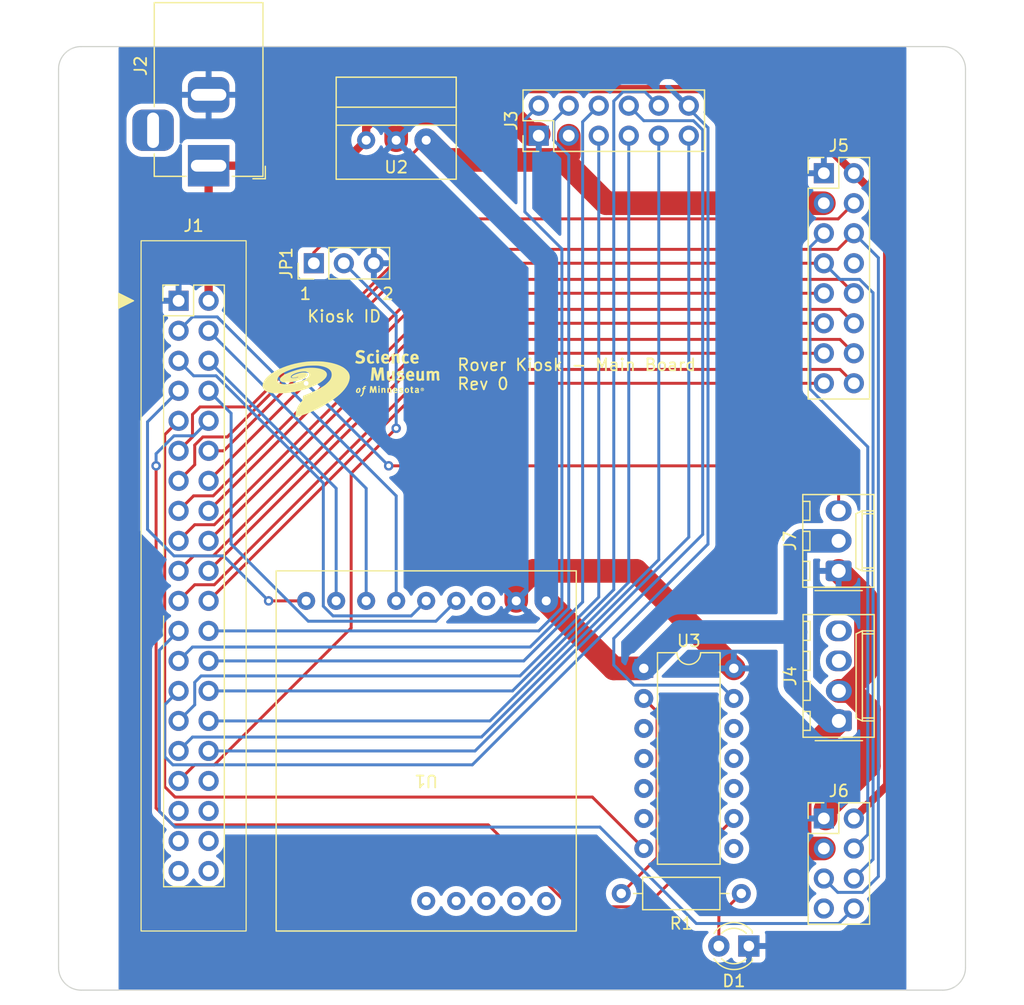
<source format=kicad_pcb>
(kicad_pcb (version 20221018) (generator pcbnew)
  (layers (0 "F.Cu" signal) (31 "B.Cu" signal) (34 "B.Paste" user) (35 "F.Paste" user) (36 "B.SilkS" user "B.Silkscreen") (37 "F.SilkS" user "F.Silkscreen") (38 "B.Mask" user) (39 "F.Mask" user) (44 "Edge.Cuts" user))
  (net 0 "")
  (net 1 "GND")
  (net 2 "Net-(D1-A)")
  (net 3 "+12V")
  (net 4 "Net-(J1-D50_CIPO)")
  (net 5 "Net-(J1-D51_COPI)")
  (net 6 "Net-(J1-D52_SCK)")
  (net 7 "Net-(J1-D53_CS)")
  (net 8 "Net-(J1-D45_RST)")
  (net 9 "Net-(J1-D19_INT)")
  (net 10 "/SDA")
  (net 11 "/SCL")
  (net 12 "/DATA")
  (net 13 "/CLOCK")
  (net 14 "/LATCH")
  (net 15 "Net-(J1-D6_NEO)")
  (net 16 "/B1_DOWN")
  (net 17 "/B1_UP")
  (net 18 "/B2_DOWN")
  (net 19 "/B2_UP")
  (net 20 "/B3_DOWN")
  (net 21 "/B3_UP")
  (net 22 "/B4_DOWN")
  (net 23 "/B4_UP")
  (net 24 "/BTX")
  (net 25 "/B1")
  (net 26 "/B2")
  (net 27 "/B3")
  (net 28 "/B4")
  (net 29 "/B5")
  (net 30 "/LED1")
  (net 31 "/LED2")
  (net 32 "/LED3")
  (net 33 "/LED4")
  (net 34 "Net-(J1-KIOSK)")
  (net 42 "+5V")
  (net 43 "Net-(J3-Pin_12)")
  (net 44 "Net-(J5-Pin_5)")
  (net 47 "Net-(U3-XTAL1{slash}PB0)")
  (footprint "MountingHole:MountingHole_2.5mm" (layer "F.Cu") (at 40.562962 123.825)
    (fp_text reference "REF**" hide)
    (fp_text value "MountingHole_2.5mm")
    (pad "" np_thru_hole circle (at 0 0) (size 2.5 2.5) (drill 2.5) (layers "*.Cu" "*.Mask"))
  )
  (footprint "SMM:Adafruit RFM69HCW Breakout" (layer "F.Cu") (at 78.74 93.98 180)
    (fp_text reference "U1" (at 10.16 -15.24 180 unlocked) (layer "F.SilkS"))
    (fp_text value "Adafruit_RFM69HCW_Breakout")
    (pad "1" thru_hole circle (at 0 0 180) (size 1.524 1.524) (drill 0.762) (layers "*.Cu" "*.Mask") (net 42 "+5V"))
    (pad "2" thru_hole circle (at 2.54 0 180) (size 1.524 1.524) (drill 0.762) (layers "*.Cu" "*.Mask") (net 1 "GND"))
    (pad "3" thru_hole circle (at 5.08 0 180) (size 1.524 1.524) (drill 0.762) (layers "*.Cu" "*.Mask"))
    (pad "4" thru_hole circle (at 7.62 0 180) (size 1.524 1.524) (drill 0.762) (layers "*.Cu" "*.Mask") (net 9 "Net-(J1-D19_INT)"))
    (pad "5" thru_hole circle (at 10.16 0 180) (size 1.524 1.524) (drill 0.762) (layers "*.Cu" "*.Mask") (net 6 "Net-(J1-D52_SCK)"))
    (pad "6" thru_hole circle (at 12.7 0 180) (size 1.524 1.524) (drill 0.762) (layers "*.Cu" "*.Mask") (net 4 "Net-(J1-D50_CIPO)"))
    (pad "7" thru_hole circle (at 15.24 0 180) (size 1.524 1.524) (drill 0.762) (layers "*.Cu" "*.Mask") (net 5 "Net-(J1-D51_COPI)"))
    (pad "8" thru_hole circle (at 17.78 0 180) (size 1.524 1.524) (drill 0.762) (layers "*.Cu" "*.Mask") (net 7 "Net-(J1-D53_CS)"))
    (pad "9" thru_hole circle (at 20.32 0 180) (size 1.524 1.524) (drill 0.762) (layers "*.Cu" "*.Mask") (net 8 "Net-(J1-D45_RST)"))
    (pad "10" thru_hole circle (at 0 -25.4 180) (size 1.524 1.524) (drill 0.762) (layers "*.Cu" "*.Mask"))
    (pad "11" thru_hole circle (at 2.54 -25.4 180) (size 1.524 1.524) (drill 0.762) (layers "*.Cu" "*.Mask"))
    (pad "12" thru_hole circle (at 5.08 -25.4 180) (size 1.524 1.524) (drill 0.762) (layers "*.Cu" "*.Mask"))
    (pad "13" thru_hole circle (at 7.62 -25.4 180) (size 1.524 1.524) (drill 0.762) (layers "*.Cu" "*.Mask"))
    (pad "14" thru_hole circle (at 10.16 -25.4 180) (size 1.524 1.524) (drill 0.762) (layers "*.Cu" "*.Mask"))
  )
  (footprint "MountingHole:MountingHole_2.5mm" (layer "F.Cu") (at 111.125 123.825)
    (fp_text reference "REF**" hide)
    (fp_text value "MountingHole_2.5mm")
    (pad "" np_thru_hole circle (at 0 0) (size 2.5 2.5) (drill 2.5) (layers "*.Cu" "*.Mask"))
  )
  (footprint "Connector_PinHeader_2.54mm:PinHeader_1x03_P2.54mm_Vertical" (layer "F.Cu") (at 59.07 65.405 90)
    (fp_text reference "JP1" (at 0 -2.33 90) (layer "F.SilkS"))
    (fp_text value "Jumper_3_Open")
    (pad "1" thru_hole rect (at 0 0 90) (size 1.7 1.7) (drill 1) (layers "*.Cu" "*.Mask") (net 42 "+5V"))
    (pad "2" thru_hole oval (at 0 2.54 90) (size 1.7 1.7) (drill 1) (layers "*.Cu" "*.Mask") (net 34 "Net-(J1-KIOSK)"))
    (pad "3" thru_hole oval (at 0 5.08 90) (size 1.7 1.7) (drill 1) (layers "*.Cu" "*.Mask") (net 1 "GND"))
  )
  (footprint "SMM:PinHeader_2x20_Ribbon" (layer "F.Cu") (at 47.625 68.58)
    (fp_text reference "J1" (at 1.27 -6.35) (layer "F.SilkS"))
    (fp_text value "~")
    (pad "1" thru_hole rect (at 0 0) (size 1.7 1.7) (drill 1) (layers "*.Cu" "*.Mask") (net 1 "GND"))
    (pad "2" thru_hole oval (at 2.54 0) (size 1.7 1.7) (drill 1) (layers "*.Cu" "*.Mask") (net 3 "+12V"))
    (pad "3" thru_hole oval (at 0 2.54) (size 1.7 1.7) (drill 1) (layers "*.Cu" "*.Mask") (net 4 "Net-(J1-D50_CIPO)"))
    (pad "4" thru_hole oval (at 2.54 2.54) (size 1.7 1.7) (drill 1) (layers "*.Cu" "*.Mask") (net 5 "Net-(J1-D51_COPI)"))
    (pad "5" thru_hole oval (at 0 5.08) (size 1.7 1.7) (drill 1) (layers "*.Cu" "*.Mask") (net 6 "Net-(J1-D52_SCK)"))
    (pad "6" thru_hole oval (at 2.54 5.08) (size 1.7 1.7) (drill 1) (layers "*.Cu" "*.Mask") (net 7 "Net-(J1-D53_CS)"))
    (pad "7" thru_hole oval (at 0 7.62) (size 1.7 1.7) (drill 1) (layers "*.Cu" "*.Mask") (net 8 "Net-(J1-D45_RST)"))
    (pad "8" thru_hole oval (at 2.54 7.62) (size 1.7 1.7) (drill 1) (layers "*.Cu" "*.Mask") (net 9 "Net-(J1-D19_INT)"))
    (pad "9" thru_hole oval (at 0 10.16) (size 1.7 1.7) (drill 1) (layers "*.Cu" "*.Mask") (net 10 "/SDA"))
    (pad "10" thru_hole oval (at 2.54 10.16) (size 1.7 1.7) (drill 1) (layers "*.Cu" "*.Mask") (net 11 "/SCL"))
    (pad "11" thru_hole oval (at 0 12.7) (size 1.7 1.7) (drill 1) (layers "*.Cu" "*.Mask") (net 12 "/DATA"))
    (pad "12" thru_hole oval (at 2.54 12.7) (size 1.7 1.7) (drill 1) (layers "*.Cu" "*.Mask") (net 13 "/CLOCK"))
    (pad "13" thru_hole oval (at 0 15.24) (size 1.7 1.7) (drill 1) (layers "*.Cu" "*.Mask") (net 14 "/LATCH"))
    (pad "14" thru_hole oval (at 2.54 15.24) (size 1.7 1.7) (drill 1) (layers "*.Cu" "*.Mask") (net 15 "Net-(J1-D6_NEO)"))
    (pad "15" thru_hole oval (at 0 17.78) (size 1.7 1.7) (drill 1) (layers "*.Cu" "*.Mask") (net 16 "/B1_DOWN"))
    (pad "16" thru_hole oval (at 2.54 17.78) (size 1.7 1.7) (drill 1) (layers "*.Cu" "*.Mask") (net 17 "/B1_UP"))
    (pad "17" thru_hole oval (at 0 20.32) (size 1.7 1.7) (drill 1) (layers "*.Cu" "*.Mask") (net 18 "/B2_DOWN"))
    (pad "18" thru_hole oval (at 2.54 20.32) (size 1.7 1.7) (drill 1) (layers "*.Cu" "*.Mask") (net 19 "/B2_UP"))
    (pad "19" thru_hole oval (at 0 22.86) (size 1.7 1.7) (drill 1) (layers "*.Cu" "*.Mask") (net 20 "/B3_DOWN"))
    (pad "20" thru_hole oval (at 2.54 22.86) (size 1.7 1.7) (drill 1) (layers "*.Cu" "*.Mask") (net 21 "/B3_UP"))
    (pad "21" thru_hole oval (at 0 25.4) (size 1.7 1.7) (drill 1) (layers "*.Cu" "*.Mask") (net 22 "/B4_DOWN"))
    (pad "22" thru_hole oval (at 2.54 25.4) (size 1.7 1.7) (drill 1) (layers "*.Cu" "*.Mask") (net 23 "/B4_UP"))
    (pad "23" thru_hole oval (at 0 27.94) (size 1.7 1.7) (drill 1) (layers "*.Cu" "*.Mask") (net 24 "/BTX"))
    (pad "24" thru_hole oval (at 2.54 27.94) (size 1.7 1.7) (drill 1) (layers "*.Cu" "*.Mask") (net 25 "/B1"))
    (pad "25" thru_hole oval (at 0 30.48) (size 1.7 1.7) (drill 1) (layers "*.Cu" "*.Mask") (net 26 "/B2"))
    (pad "26" thru_hole oval (at 2.54 30.48) (size 1.7 1.7) (drill 1) (layers "*.Cu" "*.Mask") (net 27 "/B3"))
    (pad "27" thru_hole oval (at 0 33.02) (size 1.7 1.7) (drill 1) (layers "*.Cu" "*.Mask") (net 28 "/B4"))
    (pad "28" thru_hole oval (at 2.54 33.02) (size 1.7 1.7) (drill 1) (layers "*.Cu" "*.Mask") (net 29 "/B5"))
    (pad "29" thru_hole oval (at 0 35.56) (size 1.7 1.7) (drill 1) (layers "*.Cu" "*.Mask") (net 30 "/LED1"))
    (pad "30" thru_hole oval (at 2.54 35.56) (size 1.7 1.7) (drill 1) (layers "*.Cu" "*.Mask") (net 31 "/LED2"))
    (pad "31" thru_hole oval (at 0 38.1) (size 1.7 1.7) (drill 1) (layers "*.Cu" "*.Mask") (net 32 "/LED3"))
    (pad "32" thru_hole oval (at 2.54 38.1) (size 1.7 1.7) (drill 1) (layers "*.Cu" "*.Mask") (net 33 "/LED4"))
    (pad "33" thru_hole oval (at 0 40.64) (size 1.7 1.7) (drill 1) (layers "*.Cu" "*.Mask") (net 34 "Net-(J1-KIOSK)"))
    (pad "34" thru_hole oval (at 2.54 40.64) (size 1.7 1.7) (drill 1) (layers "*.Cu" "*.Mask"))
    (pad "35" thru_hole oval (at 0 43.18) (size 1.7 1.7) (drill 1) (layers "*.Cu" "*.Mask"))
    (pad "36" thru_hole oval (at 2.54 43.18) (size 1.7 1.7) (drill 1) (layers "*.Cu" "*.Mask"))
    (pad "37" thru_hole oval (at 0 45.72) (size 1.7 1.7) (drill 1) (layers "*.Cu" "*.Mask"))
    (pad "38" thru_hole oval (at 2.54 45.72) (size 1.7 1.7) (drill 1) (layers "*.Cu" "*.Mask"))
    (pad "39" thru_hole oval (at 0 48.26) (size 1.7 1.7) (drill 1) (layers "*.Cu" "*.Mask"))
    (pad "40" thru_hole oval (at 2.54 48.26) (size 1.7 1.7) (drill 1) (layers "*.Cu" "*.Mask"))
  )
  (footprint "Connector_BarrelJack:BarrelJack_Horizontal" (layer "F.Cu") (at 50.165 57.15 -90)
    (fp_text reference "J2" (at -8.45 5.75 90) (layer "F.SilkS"))
    (fp_text value "Barrel_Jack")
    (pad "1" thru_hole rect (at 0 0 270) (size 3.5 3.5) (drill oval 1 3) (layers "*.Cu" "*.Mask") (net 3 "+12V"))
    (pad "2" thru_hole roundrect (at -6 0 270) (size 3 3.5) (drill oval 1 3) (layers "*.Cu" "*.Mask") (net 1 "GND"))
    (pad "3" thru_hole roundrect (at -3 4.7 270) (size 3.5 3.5) (drill oval 3 1) (layers "*.Cu" "*.Mask"))
  )
  (footprint "LED_THT:LED_D3.0mm" (layer "F.Cu") (at 95.89 123.19 180)
    (fp_text reference "D1" (at 1.27 -2.96) (layer "F.SilkS"))
    (fp_text value "LED")
    (pad "1" thru_hole rect (at 0 0 180) (size 1.8 1.8) (drill 0.9) (layers "*.Cu" "*.Mask") (net 1 "GND"))
    (pad "2" thru_hole circle (at 2.54 0 180) (size 1.8 1.8) (drill 0.9) (layers "*.Cu" "*.Mask") (net 2 "Net-(D1-A)"))
  )
  (footprint "SMM:Resistor_L6.3mm_D2.5mm_P10.16mm_Horizontal" (layer "F.Cu") (at 85.09 118.745)
    (fp_text reference "R1" (at 5.08 2.54) (layer "F.SilkS"))
    (fp_text value "R")
    (pad "1" thru_hole circle (at 0 0) (size 1.6 1.6) (drill 0.8) (layers "*.Cu" "*.Mask") (net 47 "Net-(U3-XTAL1{slash}PB0)"))
    (pad "2" thru_hole oval (at 10.16 0) (size 1.6 1.6) (drill 0.8) (layers "*.Cu" "*.Mask") (net 2 "Net-(D1-A)"))
  )
  (footprint "MountingHole:MountingHole_2.5mm" (layer "F.Cu") (at 40.562962 50.165)
    (fp_text reference "REF**" hide)
    (fp_text value "MountingHole_2.5mm")
    (pad "" np_thru_hole circle (at 0 0) (size 2.5 2.5) (drill 2.5) (layers "*.Cu" "*.Mask"))
  )
  (footprint "MountingHole:MountingHole_2.5mm" (layer "F.Cu") (at 111.125 50.165)
    (fp_text reference "REF**" hide)
    (fp_text value "MountingHole_2.5mm")
    (pad "" np_thru_hole circle (at 0 0) (size 2.5 2.5) (drill 2.5) (layers "*.Cu" "*.Mask"))
  )
  (footprint "SMM:smm-logo-15mm" (layer "F.Cu") (at 62.23 75.565)
    (fp_text reference "G***")
    (fp_text value "LOGO" hide)
  )
  (footprint "Connector_Molex:Molex_KK-254_AE-6410-03A_1x03_P2.54mm_Vertical" (layer "F.Cu") (at 103.485 91.44 90)
    (fp_text reference "J7" (at 2.54 -4.12 90) (layer "F.SilkS"))
    (fp_text value "Conn_01x03")
    (pad "1" thru_hole roundrect (at 0 0 90) (size 1.74 2.19) (drill 1.19) (layers "*.Cu" "*.Mask") (roundrect_rratio 0.143678) (net 1 "GND"))
    (pad "2" thru_hole oval (at 2.54 0 90) (size 1.74 2.19) (drill 1.19) (layers "*.Cu" "*.Mask") (net 42 "+5V"))
    (pad "3" thru_hole oval (at 5.08 0 90) (size 1.74 2.19) (drill 1.19) (layers "*.Cu" "*.Mask") (net 15 "Net-(J1-D6_NEO)"))
  )
  (footprint "SMM:I50115" (layer "F.Cu") (at 66.04 54.991)
    (fp_text reference "U2" (at 0 2.286 unlocked) (layer "F.SilkS"))
    (fp_text value "I50115")
    (pad "1" thru_hole circle (at -2.54 0) (size 1.524 1.524) (drill 0.762) (layers "*.Cu" "*.Mask") (net 3 "+12V"))
    (pad "2" thru_hole circle (at 0 0) (size 1.524 1.524) (drill 0.762) (layers "*.Cu" "*.Mask") (net 1 "GND"))
    (pad "3" thru_hole circle (at 2.54 0) (size 1.524 1.524) (drill 0.762) (layers "*.Cu" "*.Mask") (net 42 "+5V"))
  )
  (footprint "Connector_Molex:Molex_KK-254_AE-6410-04A_1x04_P2.54mm_Vertical" (layer "F.Cu") (at 103.505 104.14 90)
    (fp_text reference "J4" (at 3.81 -4.12 90) (layer "F.SilkS"))
    (fp_text value "Conn_01x04")
    (pad "1" thru_hole roundrect (at 0 0 90) (size 1.74 2.19) (drill 1.19) (layers "*.Cu" "*.Mask") (roundrect_rratio 0.143678) (net 42 "+5V"))
    (pad "2" thru_hole oval (at 2.54 0 90) (size 1.74 2.19) (drill 1.19) (layers "*.Cu" "*.Mask") (net 1 "GND"))
    (pad "3" thru_hole oval (at 5.08 0 90) (size 1.74 2.19) (drill 1.19) (layers "*.Cu" "*.Mask") (net 10 "/SDA"))
    (pad "4" thru_hole oval (at 7.62 0 90) (size 1.74 2.19) (drill 1.19) (layers "*.Cu" "*.Mask") (net 11 "/SCL"))
  )
  (footprint "Connector_PinHeader_2.54mm:PinHeader_2x08_P2.54mm_Vertical" (layer "F.Cu") (at 102.235 57.785)
    (fp_text reference "J5" (at 1.27 -2.33) (layer "F.SilkS"))
    (fp_text value "Conn_02x08_Top_Bottom")
    (pad "1" thru_hole rect (at 0 0) (size 1.7 1.7) (drill 1) (layers "*.Cu" "*.Mask") (net 1 "GND"))
    (pad "2" thru_hole oval (at 2.54 0) (size 1.7 1.7) (drill 1) (layers "*.Cu" "*.Mask") (net 3 "+12V"))
    (pad "3" thru_hole oval (at 0 2.54) (size 1.7 1.7) (drill 1) (layers "*.Cu" "*.Mask") (net 42 "+5V"))
    (pad "4" thru_hole oval (at 2.54 2.54) (size 1.7 1.7) (drill 1) (layers "*.Cu" "*.Mask") (net 12 "/DATA"))
    (pad "5" thru_hole oval (at 0 5.08) (size 1.7 1.7) (drill 1) (layers "*.Cu" "*.Mask") (net 44 "Net-(J5-Pin_5)"))
    (pad "6" thru_hole oval (at 2.54 5.08) (size 1.7 1.7) (drill 1) (layers "*.Cu" "*.Mask") (net 14 "/LATCH"))
    (pad "7" thru_hole oval (at 0 7.62) (size 1.7 1.7) (drill 1) (layers "*.Cu" "*.Mask") (net 13 "/CLOCK"))
    (pad "8" thru_hole oval (at 2.54 7.62) (size 1.7 1.7) (drill 1) (layers "*.Cu" "*.Mask"))
    (pad "9" thru_hole oval (at 0 10.16) (size 1.7 1.7) (drill 1) (layers "*.Cu" "*.Mask") (net 17 "/B1_UP"))
    (pad "10" thru_hole oval (at 2.54 10.16) (size 1.7 1.7) (drill 1) (layers "*.Cu" "*.Mask") (net 16 "/B1_DOWN"))
    (pad "11" thru_hole oval (at 0 12.7) (size 1.7 1.7) (drill 1) (layers "*.Cu" "*.Mask") (net 19 "/B2_UP"))
    (pad "12" thru_hole oval (at 2.54 12.7) (size 1.7 1.7) (drill 1) (layers "*.Cu" "*.Mask") (net 18 "/B2_DOWN"))
    (pad "13" thru_hole oval (at 0 15.24) (size 1.7 1.7) (drill 1) (layers "*.Cu" "*.Mask") (net 21 "/B3_UP"))
    (pad "14" thru_hole oval (at 2.54 15.24) (size 1.7 1.7) (drill 1) (layers "*.Cu" "*.Mask") (net 20 "/B3_DOWN"))
    (pad "15" thru_hole oval (at 0 17.78) (size 1.7 1.7) (drill 1) (layers "*.Cu" "*.Mask") (net 23 "/B4_UP"))
    (pad "16" thru_hole oval (at 2.54 17.78) (size 1.7 1.7) (drill 1) (layers "*.Cu" "*.Mask") (net 22 "/B4_DOWN"))
  )
  (footprint "Connector_PinHeader_2.54mm:PinHeader_2x06_P2.54mm_Vertical" (layer "F.Cu") (at 78.105 54.61 90)
    (fp_text reference "J3" (at 1.27 -2.33 90) (layer "F.SilkS"))
    (fp_text value "Conn_02x06_Odd_Even")
    (pad "1" thru_hole rect (at 0 0 90) (size 1.7 1.7) (drill 1) (layers "*.Cu" "*.Mask") (net 1 "GND"))
    (pad "2" thru_hole oval (at 2.54 0 90) (size 1.7 1.7) (drill 1) (layers "*.Cu" "*.Mask") (net 25 "/B1"))
    (pad "3" thru_hole oval (at 0 2.54 90) (size 1.7 1.7) (drill 1) (layers "*.Cu" "*.Mask") (net 42 "+5V"))
    (pad "4" thru_hole oval (at 2.54 2.54 90) (size 1.7 1.7) (drill 1) (layers "*.Cu" "*.Mask") (net 26 "/B2"))
    (pad "5" thru_hole oval (at 0 5.08 90) (size 1.7 1.7) (drill 1) (layers "*.Cu" "*.Mask") (net 30 "/LED1"))
    (pad "6" thru_hole oval (at 2.54 5.08 90) (size 1.7 1.7) (drill 1) (layers "*.Cu" "*.Mask") (net 27 "/B3"))
    (pad "7" thru_hole oval (at 0 7.62 90) (size 1.7 1.7) (drill 1) (layers "*.Cu" "*.Mask") (net 31 "/LED2"))
    (pad "8" thru_hole oval (at 2.54 7.62 90) (size 1.7 1.7) (drill 1) (layers "*.Cu" "*.Mask") (net 28 "/B4"))
    (pad "9" thru_hole oval (at 0 10.16 90) (size 1.7 1.7) (drill 1) (layers "*.Cu" "*.Mask") (net 32 "/LED3"))
    (pad "10" thru_hole oval (at 2.54 10.16 90) (size 1.7 1.7) (drill 1) (layers "*.Cu" "*.Mask") (net 29 "/B5"))
    (pad "11" thru_hole oval (at 0 12.7 90) (size 1.7 1.7) (drill 1) (layers "*.Cu" "*.Mask") (net 33 "/LED4"))
    (pad "12" thru_hole oval (at 2.54 12.7 90) (size 1.7 1.7) (drill 1) (layers "*.Cu" "*.Mask") (net 43 "Net-(J3-Pin_12)"))
  )
  (footprint "Package_DIP:DIP-14_W7.62mm" (layer "F.Cu") (at 86.995 99.695)
    (fp_text reference "U3" (at 3.81 -2.33) (layer "F.SilkS"))
    (fp_text value "ATtiny84-20P")
    (pad "1" thru_hole rect (at 0 0) (size 1.6 1.6) (drill 0.8) (layers "*.Cu" "*.Mask") (net 42 "+5V"))
    (pad "2" thru_hole oval (at 0 2.54) (size 1.6 1.6) (drill 0.8) (layers "*.Cu" "*.Mask") (net 47 "Net-(U3-XTAL1{slash}PB0)"))
    (pad "3" thru_hole oval (at 0 5.08) (size 1.6 1.6) (drill 0.8) (layers "*.Cu" "*.Mask"))
    (pad "4" thru_hole oval (at 0 7.62) (size 1.6 1.6) (drill 0.8) (layers "*.Cu" "*.Mask"))
    (pad "5" thru_hole oval (at 0 10.16) (size 1.6 1.6) (drill 0.8) (layers "*.Cu" "*.Mask"))
    (pad "6" thru_hole oval (at 0 12.7) (size 1.6 1.6) (drill 0.8) (layers "*.Cu" "*.Mask"))
    (pad "7" thru_hole oval (at 0 15.24) (size 1.6 1.6) (drill 0.8) (layers "*.Cu" "*.Mask") (net 10 "/SDA"))
    (pad "8" thru_hole oval (at 7.62 15.24) (size 1.6 1.6) (drill 0.8) (layers "*.Cu" "*.Mask"))
    (pad "9" thru_hole oval (at 7.62 12.7) (size 1.6 1.6) (drill 0.8) (layers "*.Cu" "*.Mask") (net 11 "/SCL"))
    (pad "10" thru_hole oval (at 7.62 10.16) (size 1.6 1.6) (drill 0.8) (layers "*.Cu" "*.Mask"))
    (pad "11" thru_hole oval (at 7.62 7.62) (size 1.6 1.6) (drill 0.8) (layers "*.Cu" "*.Mask"))
    (pad "12" thru_hole oval (at 7.62 5.08) (size 1.6 1.6) (drill 0.8) (layers "*.Cu" "*.Mask"))
    (pad "13" thru_hole oval (at 7.62 2.54) (size 1.6 1.6) (drill 0.8) (layers "*.Cu" "*.Mask") (net 43 "Net-(J3-Pin_12)"))
    (pad "14" thru_hole oval (at 7.62 0) (size 1.6 1.6) (drill 0.8) (layers "*.Cu" "*.Mask") (net 1 "GND"))
  )
  (footprint "Connector_PinHeader_2.54mm:PinHeader_2x04_P2.54mm_Vertical" (layer "F.Cu") (at 102.235 112.395)
    (fp_text reference "J6" (at 1.27 -2.33) (layer "F.SilkS"))
    (fp_text value "Conn_01x08")
    (pad "1" thru_hole rect (at 0 0) (size 1.7 1.7) (drill 1) (layers "*.Cu" "*.Mask") (net 1 "GND"))
    (pad "2" thru_hole oval (at 2.54 0) (size 1.7 1.7) (drill 1) (layers "*.Cu" "*.Mask") (net 3 "+12V"))
    (pad "3" thru_hole oval (at 0 2.54) (size 1.7 1.7) (drill 1) (layers "*.Cu" "*.Mask") (net 42 "+5V"))
    (pad "4" thru_hole oval (at 2.54 2.54) (size 1.7 1.7) (drill 1) (layers "*.Cu" "*.Mask") (net 44 "Net-(J5-Pin_5)"))
    (pad "5" thru_hole oval (at 0 5.08) (size 1.7 1.7) (drill 1) (layers "*.Cu" "*.Mask") (net 14 "/LATCH"))
    (pad "6" thru_hole oval (at 2.54 5.08) (size 1.7 1.7) (drill 1) (layers "*.Cu" "*.Mask") (net 13 "/CLOCK"))
    (pad "7" thru_hole oval (at 0 7.62) (size 1.7 1.7) (drill 1) (layers "*.Cu" "*.Mask"))
    (pad "8" thru_hole oval (at 2.54 7.62) (size 1.7 1.7) (drill 1) (layers "*.Cu" "*.Mask") (net 24 "/BTX"))
  )
  (gr_arc (start 37.465 48.972038) (mid 38.022962 47.625) (end 39.37 47.067038) (stroke (width 0.1)) (layer "Edge.Cuts"))
  (gr_line (start 114.222962 125.017962) (end 114.222962 48.972038) (stroke (width 0.1)) (layer "Edge.Cuts"))
  (gr_line (start 39.37 126.922962) (end 112.317962 126.922962) (stroke (width 0.1)) (layer "Edge.Cuts"))
  (gr_line (start 37.465 48.972038) (end 37.465 125.017962) (stroke (width 0.1)) (layer "Edge.Cuts"))
  (gr_arc (start 114.222962 125.017962) (mid 113.665 126.365) (end 112.317962 126.922962) (stroke (width 0.1)) (layer "Edge.Cuts"))
  (gr_arc (start 39.37 126.922962) (mid 38.022962 126.365) (end 37.465 125.017962) (stroke (width 0.1)) (layer "Edge.Cuts"))
  (gr_line (start 112.317962 47.067038) (end 39.37 47.067038) (stroke (width 0.1)) (layer "Edge.Cuts"))
  (gr_arc (start 112.317962 47.067038) (mid 113.665 47.625) (end 114.222962 48.972038) (stroke (width 0.1)) (layer "Edge.Cuts"))
  (gr_text "1" (at 57.785 68.58) (layer "F.SilkS") (effects (font (size 1 1)) (justify left bottom)))
  (gr_text "Rover Kiosk - Main Board\nRev 0" (at 71.12 76.2) (layer "F.SilkS") (effects (font (size 1 1)) (justify left bottom)))
  (gr_text "2\n" (at 64.77 68.58) (layer "F.SilkS") (effects (font (size 1 1)) (justify left bottom)))
  (gr_text "Kiosk ID" (at 58.42 70.485) (layer "F.SilkS") (effects (font (size 1 1)) (justify left bottom)))
  (segment (start 86.36 91.44) (end 94.615 99.695) (width 2) (layer "F.Cu") (net 1))
  (segment (start 104.117422 101.6) (end 105.8 99.917422) (width 2) (layer "F.Cu") (net 1))
  (segment (start 76.2 92.90237) (end 77.66237 91.44) (width 2) (layer "F.Cu") (net 1))
  (segment (start 103.505 101.6) (end 104.48061 101.6) (width 2) (layer "F.Cu") (net 1))
  (segment (start 105.8 93.755) (end 103.485 91.44) (width 2) (layer "F.Cu") (net 1))
  (segment (start 66.04 53.91337) (end 67.24837 52.705) (width 2) (layer "F.Cu") (net 1))
  (segment (start 76.2 93.98) (end 76.2 92.90237) (width 2) (layer "F.Cu") (net 1))
  (segment (start 102.385 111.61) (end 102.385 112.395) (width 2) (layer "F.Cu") (net 1))
  (segment (start 67.24837 52.705) (end 75.565 52.705) (width 2) (layer "F.Cu") (net 1))
  (segment (start 104.48061 101.6) (end 106.045 103.16439) (width 2) (layer "F.Cu") (net 1))
  (segment (start 77.66237 91.44) (end 86.36 91.44) (width 2) (layer "F.Cu") (net 1))
  (segment (start 66.04 54.991) (end 66.04 53.91337) (width 2) (layer "F.Cu") (net 1))
  (segment (start 106.045 103.16439) (end 106.045 107.95) (width 2) (layer "F.Cu") (net 1))
  (segment (start 105.8 99.917422) (end 105.8 93.755) (width 2) (layer "F.Cu") (net 1))
  (segment (start 103.505 101.6) (end 104.117422 101.6) (width 2) (layer "F.Cu") (net 1))
  (segment (start 75.565 52.705) (end 77.32 54.46) (width 2) (layer "F.Cu") (net 1))
  (segment (start 77.32 54.46) (end 78.105 54.46) (width 2) (layer "F.Cu") (net 1))
  (segment (start 106.045 107.95) (end 102.385 111.61) (width 2) (layer "F.Cu") (net 1))
  (segment (start 93.35 123.19) (end 93.35 120.645) (width 0.25) (layer "F.Cu") (net 2))
  (segment (start 93.35 120.645) (end 95.25 118.745) (width 0.25) (layer "F.Cu") (net 2))
  (segment (start 97.66 50.67) (end 104.775 57.785) (width 0.7) (layer "F.Cu") (net 3))
  (segment (start 107.595 109.575) (end 104.775 112.395) (width 0.7) (layer "F.Cu") (net 3))
  (segment (start 104.775 57.785) (end 107.595 60.605) (width 0.7) (layer "F.Cu") (net 3))
  (segment (start 50.165 57.15) (end 50.165 68.58) (width 0.7) (layer "F.Cu") (net 3))
  (segment (start 61.341 57.15) (end 63.5 54.991) (width 0.7) (layer "F.Cu") (net 3))
  (segment (start 107.595 60.605) (end 107.595 109.575) (width 0.7) (layer "F.Cu") (net 3))
  (segment (start 50.165 57.15) (end 61.341 57.15) (width 0.7) (layer "F.Cu") (net 3))
  (segment (start 63.5 53.91337) (end 66.74337 50.67) (width 0.7) (layer "F.Cu") (net 3))
  (segment (start 66.74337 50.67) (end 97.66 50.67) (width 0.7) (layer "F.Cu") (net 3))
  (segment (start 63.5 54.991) (end 63.5 53.91337) (width 0.7) (layer "F.Cu") (net 3))
  (segment (start 66.04 93.98) (end 66.04 85.09) (width 0.25) (layer "B.Cu") (net 4))
  (segment (start 66.04 85.09) (end 50.895 69.945) (width 0.25) (layer "B.Cu") (net 4))
  (segment (start 50.895 69.945) (end 48.8 69.945) (width 0.25) (layer "B.Cu") (net 4))
  (segment (start 48.8 69.945) (end 47.625 71.12) (width 0.25) (layer "B.Cu") (net 4))
  (segment (start 63.5 93.98) (end 63.5 84.455) (width 0.25) (layer "B.Cu") (net 5))
  (segment (start 63.5 84.455) (end 50.165 71.12) (width 0.25) (layer "B.Cu") (net 5))
  (segment (start 59.873 94.430251) (end 59.873 84.004396) (width 0.25) (layer "B.Cu") (net 6))
  (segment (start 50.798604 74.93) (end 48.895 74.93) (width 0.25) (layer "B.Cu") (net 6))
  (segment (start 60.692749 95.25) (end 59.873 94.430251) (width 0.25) (layer "B.Cu") (net 6))
  (segment (start 67.31 95.25) (end 60.692749 95.25) (width 0.25) (layer "B.Cu") (net 6))
  (segment (start 48.895 74.93) (end 47.625 73.66) (width 0.25) (layer "B.Cu") (net 6))
  (segment (start 68.58 93.98) (end 67.31 95.25) (width 0.25) (layer "B.Cu") (net 6))
  (segment (start 59.873 84.004396) (end 50.798604 74.93) (width 0.25) (layer "B.Cu") (net 6))
  (segment (start 60.96 84.455) (end 60.96 93.98) (width 0.25) (layer "B.Cu") (net 7))
  (segment (start 50.165 73.66) (end 60.96 84.455) (width 0.25) (layer "B.Cu") (net 7))
  (segment (start 58.42 93.98) (end 55.335 93.98) (width 0.25) (layer "F.Cu") (net 8))
  (via (at 55.245 93.98) (size 0.8) (drill 0.4) (layers "F.Cu" "B.Cu") (net 8))
  (segment (start 47.233299 90.17) (end 51.435 90.17) (width 0.25) (layer "B.Cu") (net 8))
  (segment (start 51.435 90.17) (end 55.245 93.98) (width 0.25) (layer "B.Cu") (net 8))
  (segment (start 47.625 76.2) (end 44.995 78.83) (width 0.25) (layer "B.Cu") (net 8))
  (segment (start 44.995 78.83) (end 44.995 87.931701) (width 0.25) (layer "B.Cu") (net 8))
  (segment (start 44.995 87.931701) (end 47.233299 90.17) (width 0.25) (layer "B.Cu") (net 8))
  (segment (start 69.4 95.7) (end 58.602749 95.7) (width 0.25) (layer "B.Cu") (net 9))
  (segment (start 71.12 93.98) (end 69.4 95.7) (width 0.25) (layer "B.Cu") (net 9))
  (segment (start 52.069302 78.104302) (end 50.165 76.2) (width 0.25) (layer "B.Cu") (net 9))
  (segment (start 58.602749 95.7) (end 52.069302 89.166553) (width 0.25) (layer "B.Cu") (net 9))
  (segment (start 52.069302 89.166553) (end 52.069302 78.104302) (width 0.25) (layer "B.Cu") (net 9))
  (segment (start 82.645 110.585) (end 86.995 114.935) (width 0.25) (layer "F.Cu") (net 10))
  (segment (start 47.625 78.74) (end 46.45 79.915) (width 0.25) (layer "F.Cu") (net 10))
  (segment (start 46.45 109.706701) (end 47.328299 110.585) (width 0.25) (layer "F.Cu") (net 10))
  (segment (start 46.45 79.915) (end 46.45 109.706701) (width 0.25) (layer "F.Cu") (net 10))
  (segment (start 47.328299 110.585) (end 82.645 110.585) (width 0.25) (layer "F.Cu") (net 10))
  (segment (start 73.832251 112.935) (end 47.138299 112.935) (width 0.25) (layer "F.Cu") (net 11))
  (segment (start 87.14 119.87) (end 80.767251 119.87) (width 0.25) (layer "F.Cu") (net 11))
  (segment (start 94.615 112.395) (end 87.14 119.87) (width 0.25) (layer "F.Cu") (net 11))
  (segment (start 80.767251 119.87) (end 73.832251 112.935) (width 0.25) (layer "F.Cu") (net 11))
  (segment (start 45.72 111.516701) (end 45.72 82.55) (width 0.25) (layer "F.Cu") (net 11))
  (segment (start 47.138299 112.935) (end 45.72 111.516701) (width 0.25) (layer "F.Cu") (net 11))
  (via (at 45.72 82.55) (size 0.8) (drill 0.4) (layers "F.Cu" "B.Cu") (net 11))
  (segment (start 47.233299 80.01) (end 48.895 80.01) (width 0.25) (layer "B.Cu") (net 11))
  (segment (start 45.72 81.523299) (end 47.233299 80.01) (width 0.25) (layer "B.Cu") (net 11))
  (segment (start 45.72 82.55) (end 45.72 81.523299) (width 0.25) (layer "B.Cu") (net 11))
  (segment (start 48.895 80.01) (end 50.165 78.74) (width 0.25) (layer "B.Cu") (net 11))
  (segment (start 49.435 77.565) (end 48.8 78.2) (width 0.25) (layer "F.Cu") (net 12))
  (segment (start 48.8 78.2) (end 48.8 80.105) (width 0.25) (layer "F.Cu") (net 12))
  (segment (start 103.45 61.65) (end 69.566701 61.65) (width 0.25) (layer "F.Cu") (net 12))
  (segment (start 69.566701 61.65) (end 53.651701 77.565) (width 0.25) (layer "F.Cu") (net 12))
  (segment (start 48.8 80.105) (end 47.625 81.28) (width 0.25) (layer "F.Cu") (net 12))
  (segment (start 104.775 60.325) (end 103.45 61.65) (width 0.25) (layer "F.Cu") (net 12))
  (segment (start 53.651701 77.565) (end 49.435 77.565) (width 0.25) (layer "F.Cu") (net 12))
  (segment (start 51.435 81.28) (end 50.165 81.28) (width 0.25) (layer "F.Cu") (net 13))
  (segment (start 67.31 65.405) (end 51.435 81.28) (width 0.25) (layer "F.Cu") (net 13))
  (segment (start 102.235 65.405) (end 67.31 65.405) (width 0.25) (layer "F.Cu") (net 13))
  (segment (start 102.235 65.405) (end 103.6 66.77) (width 0.25) (layer "B.Cu") (net 13))
  (segment (start 105.261701 66.77) (end 106.4 67.908299) (width 0.25) (layer "B.Cu") (net 13))
  (segment (start 106.4 67.908299) (end 106.4 115.85) (width 0.25) (layer "B.Cu") (net 13))
  (segment (start 103.6 66.77) (end 105.261701 66.77) (width 0.25) (layer "B.Cu") (net 13))
  (segment (start 106.4 115.85) (end 104.775 117.475) (width 0.25) (layer "B.Cu") (net 13))
  (segment (start 51.748097 80.105) (end 49.678299 80.105) (width 0.25) (layer "F.Cu") (net 14))
  (segment (start 49.678299 80.105) (end 48.99 80.793299) (width 0.25) (layer "F.Cu") (net 14))
  (segment (start 103.41 64.23) (end 67.623097 64.23) (width 0.25) (layer "F.Cu") (net 14))
  (segment (start 48.99 82.455) (end 47.625 83.82) (width 0.25) (layer "F.Cu") (net 14))
  (segment (start 48.99 80.793299) (end 48.99 82.455) (width 0.25) (layer "F.Cu") (net 14))
  (segment (start 104.775 62.865) (end 103.41 64.23) (width 0.25) (layer "F.Cu") (net 14))
  (segment (start 67.623097 64.23) (end 51.748097 80.105) (width 0.25) (layer "F.Cu") (net 14))
  (segment (start 106.85 64.94) (end 104.775 62.865) (width 0.25) (layer "B.Cu") (net 14))
  (segment (start 105.505 118.65) (end 106.85 117.305) (width 0.25) (layer "B.Cu") (net 14))
  (segment (start 106.85 117.305) (end 106.85 64.94) (width 0.25) (layer "B.Cu") (net 14))
  (segment (start 102.235 117.475) (end 103.41 118.65) (width 0.25) (layer "B.Cu") (net 14))
  (segment (start 103.41 118.65) (end 105.505 118.65) (width 0.25) (layer "B.Cu") (net 14))
  (segment (start 65.405 82.55) (end 101.6 82.55) (width 0.25) (layer "F.Cu") (net 15))
  (segment (start 103.485 84.435) (end 101.6 82.55) (width 0.25) (layer "F.Cu") (net 15))
  (segment (start 50.165 83.82) (end 58.42 75.565) (width 0.25) (layer "F.Cu") (net 15))
  (segment (start 103.485 86.36) (end 103.485 84.435) (width 0.25) (layer "F.Cu") (net 15))
  (via (at 58.42 75.565) (size 0.8) (drill 0.4) (layers "F.Cu" "B.Cu") (net 15))
  (via (at 65.405 82.55) (size 0.8) (drill 0.4) (layers "F.Cu" "B.Cu") (net 15))
  (segment (start 58.42 75.565) (end 65.405 82.55) (width 0.25) (layer "B.Cu") (net 15))
  (segment (start 48.895 85.09) (end 47.625 86.36) (width 0.25) (layer "F.Cu") (net 16))
  (segment (start 68.876701 66.77) (end 50.556701 85.09) (width 0.25) (layer "F.Cu") (net 16))
  (segment (start 104.775 67.945) (end 103.6 66.77) (width 0.25) (layer "F.Cu") (net 16))
  (segment (start 50.556701 85.09) (end 48.895 85.09) (width 0.25) (layer "F.Cu") (net 16))
  (segment (start 103.6 66.77) (end 68.876701 66.77) (width 0.25) (layer "F.Cu") (net 16))
  (segment (start 102.235 67.945) (end 68.58 67.945) (width 0.25) (layer "F.Cu") (net 17))
  (segment (start 68.58 67.945) (end 50.165 86.36) (width 0.25) (layer "F.Cu") (net 17))
  (segment (start 68.876701 69.31) (end 50.651701 87.535) (width 0.25) (layer "F.Cu") (net 18))
  (segment (start 48.99 87.535) (end 47.625 88.9) (width 0.25) (layer "F.Cu") (net 18))
  (segment (start 50.651701 87.535) (end 48.99 87.535) (width 0.25) (layer "F.Cu") (net 18))
  (segment (start 104.775 70.485) (end 103.6 69.31) (width 0.25) (layer "F.Cu") (net 18))
  (segment (start 103.6 69.31) (end 68.876701 69.31) (width 0.25) (layer "F.Cu") (net 18))
  (segment (start 68.58 70.485) (end 50.165 88.9) (width 0.25) (layer "F.Cu") (net 19))
  (segment (start 102.235 70.485) (end 68.58 70.485) (width 0.25) (layer "F.Cu") (net 19))
  (segment (start 50.556701 90.17) (end 48.895 90.17) (width 0.25) (layer "F.Cu") (net 20))
  (segment (start 48.895 90.17) (end 47.625 91.44) (width 0.25) (layer "F.Cu") (net 20))
  (segment (start 104.775 73.025) (end 103.6 71.85) (width 0.25) (layer "F.Cu") (net 20))
  (segment (start 103.6 71.85) (end 68.876701 71.85) (width 0.25) (layer "F.Cu") (net 20))
  (segment (start 68.876701 71.85) (end 50.556701 90.17) (width 0.25) (layer "F.Cu") (net 20))
  (segment (start 102.235 73.025) (end 68.58 73.025) (width 0.25) (layer "F.Cu") (net 21))
  (segment (start 68.58 73.025) (end 50.165 91.44) (width 0.25) (layer "F.Cu") (net 21))
  (segment (start 50.651701 92.615) (end 48.99 92.615) (width 0.25) (layer "F.Cu") (net 22))
  (segment (start 104.775 75.565) (end 103.6 74.39) (width 0.25) (layer "F.Cu") (net 22))
  (segment (start 103.6 74.39) (end 68.876701 74.39) (width 0.25) (layer "F.Cu") (net 22))
  (segment (start 48.99 92.615) (end 47.625 93.98) (width 0.25) (layer "F.Cu") (net 22))
  (segment (start 68.876701 74.39) (end 50.651701 92.615) (width 0.25) (layer "F.Cu") (net 22))
  (segment (start 67.945 76.2) (end 50.165 93.98) (width 0.25) (layer "F.Cu") (net 23))
  (segment (start 75.565 75.565) (end 74.93 76.2) (width 0.25) (layer "F.Cu") (net 23))
  (segment (start 102.235 75.565) (end 75.565 75.565) (width 0.25) (layer "F.Cu") (net 23))
  (segment (start 74.93 76.2) (end 67.945 76.2) (width 0.25) (layer "F.Cu") (net 23))
  (segment (start 103.505 121.285) (end 104.775 120.015) (width 0.25) (layer "B.Cu") (net 24))
  (segment (start 46 98.145) (end 46 111.796701) (width 0.25) (layer "B.Cu") (net 24))
  (segment (start 83.28 113.125) (end 91.44 121.285) (width 0.25) (layer "B.Cu") (net 24))
  (segment (start 47.625 96.52) (end 46 98.145) (width 0.25) (layer "B.Cu") (net 24))
  (segment (start 46 111.796701) (end 47.328299 113.125) (width 0.25) (layer "B.Cu") (net 24))
  (segment (start 91.44 121.285) (end 103.505 121.285) (width 0.25) (layer "B.Cu") (net 24))
  (segment (start 47.328299 113.125) (end 83.28 113.125) (width 0.25) (layer "B.Cu") (net 24))
  (segment (start 78.105 96.52) (end 50.165 96.52) (width 0.25) (layer "B.Cu") (net 25))
  (segment (start 78.105 52.07) (end 76.93 53.245) (width 0.25) (layer "B.Cu") (net 25))
  (segment (start 80.065 94.56) (end 78.105 96.52) (width 0.25) (layer "B.Cu") (net 25))
  (segment (start 76.93 61.055) (end 80.065 64.19) (width 0.25) (layer "B.Cu") (net 25))
  (segment (start 76.93 53.245) (end 76.93 61.055) (width 0.25) (layer "B.Cu") (net 25))
  (segment (start 80.065 64.19) (end 80.065 94.56) (width 0.25) (layer "B.Cu") (net 25))
  (segment (start 80.645 56.271701) (end 79.375 55.001701) (width 0.25) (layer "B.Cu") (net 26))
  (segment (start 48.8 97.885) (end 77.376396 97.885) (width 0.25) (layer "B.Cu") (net 26))
  (segment (start 77.376396 97.885) (end 80.645 94.616396) (width 0.25) (layer "B.Cu") (net 26))
  (segment (start 47.625 99.06) (end 48.8 97.885) (width 0.25) (layer "B.Cu") (net 26))
  (segment (start 80.645 94.616396) (end 80.645 56.271701) (width 0.25) (layer "B.Cu") (net 26))
  (segment (start 79.375 53.34) (end 80.645 52.07) (width 0.25) (layer "B.Cu") (net 26))
  (segment (start 79.375 55.001701) (end 79.375 53.34) (width 0.25) (layer "B.Cu") (net 26))
  (segment (start 76.837792 99.06) (end 50.165 99.06) (width 0.25) (layer "B.Cu") (net 27))
  (segment (start 81.82 53.435) (end 81.82 94.077792) (width 0.25) (layer "B.Cu") (net 27))
  (segment (start 83.185 52.07) (end 81.82 53.435) (width 0.25) (layer "B.Cu") (net 27))
  (segment (start 81.82 94.077792) (end 76.837792 99.06) (width 0.25) (layer "B.Cu") (net 27))
  (segment (start 91.98 88.36) (end 91.98 54.123299) (width 0.25) (layer "B.Cu") (net 28))
  (segment (start 47.625 101.6) (end 46.45 102.775) (width 0.25) (layer "B.Cu") (net 28))
  (segment (start 72.485 107.855) (end 91.98 88.36) (width 0.25) (layer "B.Cu") (net 28))
  (segment (start 86.995 53.34) (end 85.725 52.07) (width 0.25) (layer "B.Cu") (net 28))
  (segment (start 46.45 107.166701) (end 47.138299 107.855) (width 0.25) (layer "B.Cu") (net 28))
  (segment (start 46.45 102.775) (end 46.45 107.166701) (width 0.25) (layer "B.Cu") (net 28))
  (segment (start 91.98 54.123299) (end 91.196701 53.34) (width 0.25) (layer "B.Cu") (net 28))
  (segment (start 47.138299 107.855) (end 72.485 107.855) (width 0.25) (layer "B.Cu") (net 28))
  (segment (start 91.196701 53.34) (end 86.995 53.34) (width 0.25) (layer "B.Cu") (net 28))
  (segment (start 84.455 93.029493) (end 84.455 51.678299) (width 0.25) (layer "B.Cu") (net 29))
  (segment (start 84.455 51.678299) (end 85.238299 50.895) (width 0.25) (layer "B.Cu") (net 29))
  (segment (start 87.09 50.895) (end 88.265 52.07) (width 0.25) (layer "B.Cu") (net 29))
  (segment (start 85.238299 50.895) (end 87.09 50.895) (width 0.25) (layer "B.Cu") (net 29))
  (segment (start 75.884493 101.6) (end 84.455 93.029493) (width 0.25) (layer "B.Cu") (net 29))
  (segment (start 50.165 101.6) (end 75.884493 101.6) (width 0.25) (layer "B.Cu") (net 29))
  (segment (start 48.99 102.775) (end 48.99 100.87) (width 0.25) (layer "B.Cu") (net 30))
  (segment (start 83.185 93.663097) (end 83.185 54.61) (width 0.25) (layer "B.Cu") (net 30))
  (segment (start 49.53 100.33) (end 76.518097 100.33) (width 0.25) (layer "B.Cu") (net 30))
  (segment (start 76.518097 100.33) (end 83.185 93.663097) (width 0.25) (layer "B.Cu") (net 30))
  (segment (start 47.625 104.14) (end 48.99 102.775) (width 0.25) (layer "B.Cu") (net 30))
  (segment (start 48.99 100.87) (end 49.53 100.33) (width 0.25) (layer "B.Cu") (net 30))
  (segment (start 85.725 92.395889) (end 85.725 54.61) (width 0.25) (layer "B.Cu") (net 31))
  (segment (start 73.980889 104.14) (end 85.725 92.395889) (width 0.25) (layer "B.Cu") (net 31))
  (segment (start 50.165 104.14) (end 73.980889 104.14) (width 0.25) (layer "B.Cu") (net 31))
  (segment (start 48.8 105.505) (end 73.252285 105.505) (width 0.25) (layer "B.Cu") (net 32))
  (segment (start 88.265 90.492285) (end 88.265 54.61) (width 0.25) (layer "B.Cu") (net 32))
  (segment (start 47.625 106.68) (end 48.8 105.505) (width 0.25) (layer "B.Cu") (net 32))
  (segment (start 73.252285 105.505) (end 88.265 90.492285) (width 0.25) (layer "B.Cu") (net 32))
  (segment (start 72.713681 106.68) (end 90.805 88.588681) (width 0.25) (layer "B.Cu") (net 33))
  (segment (start 50.165 106.68) (end 72.713681 106.68) (width 0.25) (layer "B.Cu") (net 33))
  (segment (start 90.805 88.588681) (end 90.805 54.61) (width 0.25) (layer "B.Cu") (net 33))
  (segment (start 50.651701 107.855) (end 48.99 107.855) (width 0.25) (layer "F.Cu") (net 34))
  (segment (start 48.99 107.855) (end 47.625 109.22) (width 0.25) (layer "F.Cu") (net 34))
  (segment (start 66.04 79.375) (end 62.23 83.185) (width 0.25) (layer "F.Cu") (net 34))
  (segment (start 62.23 96.276701) (end 50.651701 107.855) (width 0.25) (layer "F.Cu") (net 34))
  (segment (start 62.23 83.185) (end 62.23 96.276701) (width 0.25) (layer "F.Cu") (net 34))
  (via (at 66.04 79.375) (size 0.8) (drill 0.4) (layers "F.Cu" "B.Cu") (net 34))
  (segment (start 66.04 79.375) (end 66.04 69.835) (width 0.25) (layer "B.Cu") (net 34))
  (segment (start 66.04 69.835) (end 61.61 65.405) (width 0.25) (layer "B.Cu") (net 34))
  (segment (start 80.645 56.17) (end 80.645 54.61) (width 2) (layer "F.Cu") (net 42))
  (segment (start 59.07 64.501) (end 68.58 54.991) (width 0.25) (layer "F.Cu") (net 42))
  (segment (start 100.185 107.46) (end 100.185 114.445) (width 2) (layer "F.Cu") (net 42))
  (segment (start 86.995 99.695) (end 84.455 99.695) (width 2) (layer "F.Cu") (net 42))
  (segment (start 80.155 56.66) (end 80.645 56.17) (width 2) (layer "F.Cu") (net 42))
  (segment (start 68.58 54.991) (end 70.249 56.66) (width 2) (layer "F.Cu") (net 42))
  (segment (start 59.07 65.405) (end 59.07 64.501) (width 0.25) (layer "F.Cu") (net 42))
  (segment (start 102.235 60.325) (end 83.82 60.325) (width 2) (layer "F.Cu") (net 42))
  (segment (start 103.505 104.14) (end 100.185 107.46) (width 2) (layer "F.Cu") (net 42))
  (segment (start 100.675 114.935) (end 102.235 114.935) (width 2) (layer "F.Cu") (net 42))
  (segment (start 83.82 60.325) (end 80.155 56.66) (width 2) (layer "F.Cu") (net 42))
  (segment (start 70.249 56.66) (end 80.155 56.66) (width 2) (layer "F.Cu") (net 42))
  (segment (start 84.455 99.695) (end 78.74 93.98) (width 2) (layer "F.Cu") (net 42))
  (segment (start 100.185 114.445) (end 100.675 114.935) (width 2) (layer "F.Cu") (net 42))
  (segment (start 102.892578 104.14) (end 99.825 101.072422) (width 2) (layer "B.Cu") (net 42))
  (segment (start 86.995 99.695) (end 90.075 96.615) (width 2) (layer "B.Cu") (net 42))
  (segment (start 99.825 101.072422) (end 99.825 96.615) (width 2) (layer "B.Cu") (net 42))
  (segment (start 99.825 89.465) (end 100.39 88.9) (width 2) (layer "B.Cu") (net 42))
  (segment (start 68.58 54.991) (end 78.74 65.151) (width 2) (layer "B.Cu") (net 42))
  (segment (start 90.075 96.615) (end 99.825 96.615) (width 2) (layer "B.Cu") (net 42))
  (segment (start 99.825 96.615) (end 99.825 89.465) (width 2) (layer "B.Cu") (net 42))
  (segment (start 100.39 88.9) (end 103.485 88.9) (width 2) (layer "B.Cu") (net 42))
  (segment (start 78.74 65.151) (end 78.74 93.98) (width 2) (layer "B.Cu") (net 42))
  (segment (start 103.505 104.14) (end 102.892578 104.14) (width 2) (layer "B.Cu") (net 42))
  (segment (start 92.43 89.18) (end 84.455 97.155) (width 0.25) (layer "B.Cu") (net 43))
  (segment (start 84.455 99.405) (end 86.16 101.11) (width 0.25) (layer "B.Cu") (net 43))
  (segment (start 89.18 50.445) (end 88.938097 50.445) (width 0.25) (layer "B.Cu") (net 43))
  (segment (start 92.43 53.936903) (end 92.43 89.18) (width 0.25) (layer "B.Cu") (net 43))
  (segment (start 93.49 101.11) (end 94.615 102.235) (width 0.25) (layer "B.Cu") (net 43))
  (segment (start 86.16 101.11) (end 93.49 101.11) (width 0.25) (layer "B.Cu") (net 43))
  (segment (start 90.805 52.07) (end 89.18 50.445) (width 0.25) (layer "B.Cu") (net 43))
  (segment (start 84.455 97.155) (end 84.455 99.405) (width 0.25) (layer "B.Cu") (net 43))
  (segment (start 88.938097 50.445) (end 92.43 53.936903) (width 0.25) (layer "B.Cu") (net 43))
  (segment (start 105.95 80.941701) (end 101.06 76.051701) (width 0.25) (layer "B.Cu") (net 44))
  (segment (start 105.95 113.76) (end 105.95 80.941701) (width 0.25) (layer "B.Cu") (net 44))
  (segment (start 101.06 76.051701) (end 101.06 64.04) (width 0.25) (layer "B.Cu") (net 44))
  (segment (start 101.06 64.04) (end 102.235 62.865) (width 0.25) (layer "B.Cu") (net 44))
  (segment (start 104.775 114.935) (end 105.95 113.76) (width 0.25) (layer "B.Cu") (net 44))
  (segment (start 88.12 103.36) (end 88.12 115.715) (width 0.25) (layer "F.Cu") (net 47))
  (segment (start 88.12 115.715) (end 85.09 118.745) (width 0.25) (layer "F.Cu") (net 47))
  (segment (start 86.995 102.235) (end 88.12 103.36) (width 0.25) (layer "F.Cu") (net 47))
  (zone (net 1) (net_name "GND") (layer "B.Cu") (connect_pads (clearance 0.5)) (min_thickness 0.25) (fill yes (thermal_gap 0.5) (thermal_bridge_width 0.5))
    (polygon (pts (xy 42.545 46.99) (xy 109.22 46.99) (xy 109.22 127) (xy 42.545 127)))
  )
)
</source>
